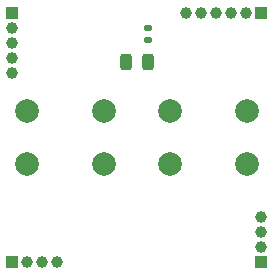
<source format=gts>
%TF.GenerationSoftware,KiCad,Pcbnew,9.0.5-1.fc42*%
%TF.CreationDate,2025-12-03T02:48:56+01:00*%
%TF.ProjectId,Block-Switch-2H,426c6f63-6b2d-4537-9769-7463682d3248,1*%
%TF.SameCoordinates,Original*%
%TF.FileFunction,Soldermask,Top*%
%TF.FilePolarity,Negative*%
%FSLAX46Y46*%
G04 Gerber Fmt 4.6, Leading zero omitted, Abs format (unit mm)*
G04 Created by KiCad (PCBNEW 9.0.5-1.fc42) date 2025-12-03 02:48:56*
%MOMM*%
%LPD*%
G01*
G04 APERTURE LIST*
G04 Aperture macros list*
%AMRoundRect*
0 Rectangle with rounded corners*
0 $1 Rounding radius*
0 $2 $3 $4 $5 $6 $7 $8 $9 X,Y pos of 4 corners*
0 Add a 4 corners polygon primitive as box body*
4,1,4,$2,$3,$4,$5,$6,$7,$8,$9,$2,$3,0*
0 Add four circle primitives for the rounded corners*
1,1,$1+$1,$2,$3*
1,1,$1+$1,$4,$5*
1,1,$1+$1,$6,$7*
1,1,$1+$1,$8,$9*
0 Add four rect primitives between the rounded corners*
20,1,$1+$1,$2,$3,$4,$5,0*
20,1,$1+$1,$4,$5,$6,$7,0*
20,1,$1+$1,$6,$7,$8,$9,0*
20,1,$1+$1,$8,$9,$2,$3,0*%
G04 Aperture macros list end*
%ADD10RoundRect,0.243750X-0.243750X-0.456250X0.243750X-0.456250X0.243750X0.456250X-0.243750X0.456250X0*%
%ADD11C,2.000000*%
%ADD12RoundRect,0.135000X-0.185000X0.135000X-0.185000X-0.135000X0.185000X-0.135000X0.185000X0.135000X0*%
%ADD13R,1.000000X1.000000*%
%ADD14C,1.000000*%
G04 APERTURE END LIST*
D10*
%TO.C,D1*%
X138147500Y-107289600D03*
X140022500Y-107289600D03*
%TD*%
D11*
%TO.C,SW2*%
X141847300Y-111415000D03*
X148347300Y-111415000D03*
X141847300Y-115915000D03*
X148347300Y-115915000D03*
%TD*%
D12*
%TO.C,R3*%
X140022500Y-104442800D03*
X140022500Y-105462800D03*
%TD*%
D11*
%TO.C,SW1*%
X129782700Y-111415000D03*
X136282700Y-111415000D03*
X129782700Y-115915000D03*
X136282700Y-115915000D03*
%TD*%
D13*
%TO.C,J4*%
X128525000Y-124205000D03*
D14*
X129795000Y-124205000D03*
X131065000Y-124205000D03*
X132335000Y-124205000D03*
%TD*%
D13*
%TO.C,J2*%
X149605000Y-124205000D03*
D14*
X149605000Y-122935000D03*
X149605000Y-121665000D03*
X149605000Y-120395000D03*
%TD*%
D13*
%TO.C,J1*%
X128525000Y-103125000D03*
D14*
X128525000Y-104395000D03*
X128525000Y-105665000D03*
X128525000Y-106935000D03*
X128525000Y-108205000D03*
%TD*%
D13*
%TO.C,J3*%
X149605000Y-103125000D03*
D14*
X148335000Y-103125000D03*
X147065000Y-103125000D03*
X145795000Y-103125000D03*
X144525000Y-103125000D03*
X143255000Y-103125000D03*
%TD*%
M02*

</source>
